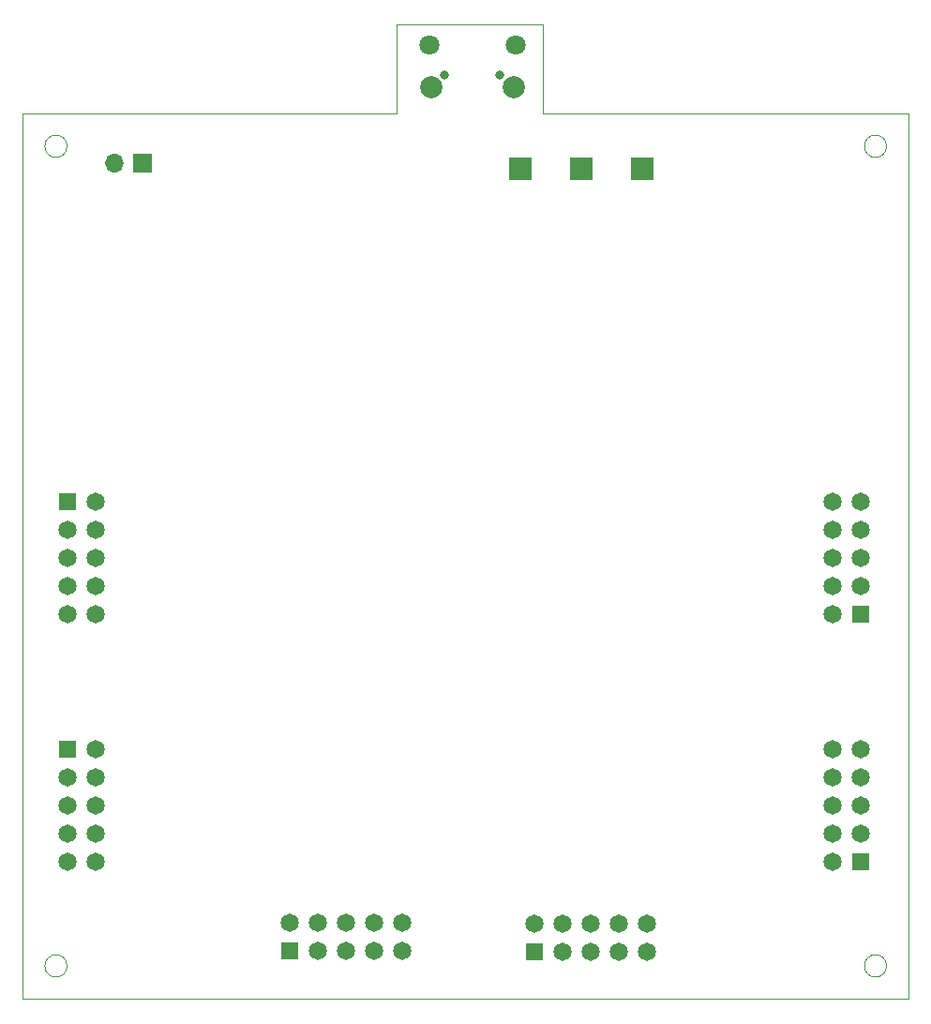
<source format=gbr>
%TF.GenerationSoftware,KiCad,Pcbnew,(5.0.0)*%
%TF.CreationDate,2020-03-23T14:11:06+01:00*%
%TF.ProjectId,Schaltplan_Mainboard,536368616C74706C616E5F4D61696E62,rev?*%
%TF.SameCoordinates,Original*%
%TF.FileFunction,Soldermask,Bot*%
%TF.FilePolarity,Negative*%
%FSLAX46Y46*%
G04 Gerber Fmt 4.6, Leading zero omitted, Abs format (unit mm)*
G04 Created by KiCad (PCBNEW (5.0.0)) date 03/23/20 14:11:06*
%MOMM*%
%LPD*%
G01*
G04 APERTURE LIST*
%ADD10C,0.100000*%
%ADD11R,1.650000X1.650000*%
%ADD12C,1.650000*%
%ADD13R,1.700000X1.700000*%
%ADD14O,1.700000X1.700000*%
%ADD15R,2.000000X2.000000*%
%ADD16C,0.800000*%
%ADD17C,1.800000*%
%ADD18C,2.000000*%
G04 APERTURE END LIST*
D10*
X172400000Y-64440000D02*
X205400000Y-64440000D01*
X172400000Y-56440000D02*
X159200000Y-56440000D01*
X172400000Y-64440000D02*
X172400000Y-56440000D01*
X125400000Y-64440000D02*
X159200000Y-64440000D01*
X159200000Y-64440000D02*
X159200000Y-56440000D01*
X129400000Y-141450000D02*
G75*
G03X129400000Y-141450000I-1000000J0D01*
G01*
X203410000Y-67440000D02*
G75*
G03X203410000Y-67440000I-1000000J0D01*
G01*
X129400000Y-67440000D02*
G75*
G03X129400000Y-67440000I-1000000J0D01*
G01*
X203410000Y-141450000D02*
G75*
G03X203410000Y-141450000I-1000000J0D01*
G01*
X125400000Y-64440000D02*
X125400000Y-144440000D01*
X125400000Y-144440000D02*
X205400000Y-144440000D01*
X205400000Y-64440000D02*
X205400000Y-144440000D01*
D11*
%TO.C,J5*%
X201092000Y-109652000D03*
D12*
X198552000Y-109652000D03*
X201092000Y-107112000D03*
X198552000Y-107112000D03*
X201092000Y-104572000D03*
X198552000Y-104572000D03*
X201092000Y-102032000D03*
X198552000Y-102032000D03*
X201092000Y-99492000D03*
X198552000Y-99492000D03*
%TD*%
%TO.C,J3*%
X181788000Y-137592000D03*
X181788000Y-140132000D03*
X179248000Y-137592000D03*
X179248000Y-140132000D03*
X176708000Y-137592000D03*
X176708000Y-140132000D03*
X174168000Y-137592000D03*
X174168000Y-140132000D03*
X171628000Y-137592000D03*
D11*
X171628000Y-140132000D03*
%TD*%
D13*
%TO.C,TP1*%
X136195000Y-68948500D03*
D14*
X133655000Y-68948500D03*
%TD*%
D15*
%TO.C,TP2*%
X175882500Y-69456500D03*
%TD*%
%TO.C,TP3*%
X170358000Y-69456500D03*
%TD*%
%TO.C,TP4*%
X181343500Y-69456500D03*
%TD*%
D16*
%TO.C,J1*%
X163500000Y-61040000D03*
X168500000Y-61040000D03*
D17*
X162125000Y-58290000D03*
X169875000Y-58290000D03*
D18*
X162275000Y-62090000D03*
X169725000Y-62090000D03*
%TD*%
D11*
%TO.C,J2*%
X149520862Y-140095843D03*
D12*
X149520862Y-137555843D03*
X152060862Y-140095843D03*
X152060862Y-137555843D03*
X154600862Y-140095843D03*
X154600862Y-137555843D03*
X157140862Y-140095843D03*
X157140862Y-137555843D03*
X159680862Y-140095843D03*
X159680862Y-137555843D03*
%TD*%
%TO.C,J7*%
X132004000Y-109652000D03*
X129464000Y-109652000D03*
X132004000Y-107112000D03*
X129464000Y-107112000D03*
X132004000Y-104572000D03*
X129464000Y-104572000D03*
X132004000Y-102032000D03*
X129464000Y-102032000D03*
X132004000Y-99492000D03*
D11*
X129464000Y-99492000D03*
%TD*%
D12*
%TO.C,J4*%
X198552000Y-121844000D03*
X201092000Y-121844000D03*
X198552000Y-124384000D03*
X201092000Y-124384000D03*
X198552000Y-126924000D03*
X201092000Y-126924000D03*
X198552000Y-129464000D03*
X201092000Y-129464000D03*
X198552000Y-132004000D03*
D11*
X201092000Y-132004000D03*
%TD*%
D12*
%TO.C,J6*%
X132004000Y-132004000D03*
X129464000Y-132004000D03*
X132004000Y-129464000D03*
X129464000Y-129464000D03*
X132004000Y-126924000D03*
X129464000Y-126924000D03*
X132004000Y-124384000D03*
X129464000Y-124384000D03*
X132004000Y-121844000D03*
D11*
X129464000Y-121844000D03*
%TD*%
M02*

</source>
